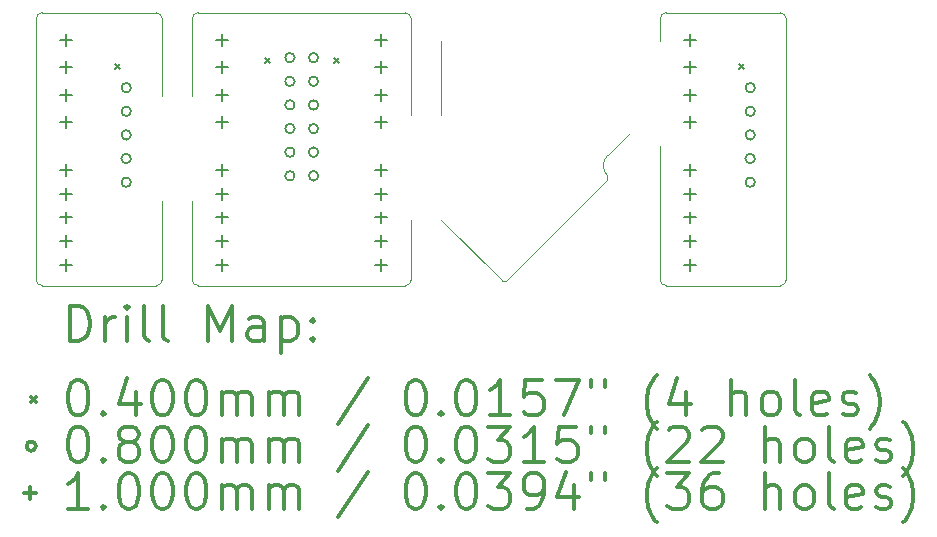
<source format=gbr>
%FSLAX45Y45*%
G04 Gerber Fmt 4.5, Leading zero omitted, Abs format (unit mm)*
G04 Created by KiCad (PCBNEW 5.1.12-84ad8e8a86~92~ubuntu16.04.1) date 2022-11-17 23:38:10*
%MOMM*%
%LPD*%
G01*
G04 APERTURE LIST*
%TA.AperFunction,Profile*%
%ADD10C,0.050000*%
%TD*%
%ADD11C,0.200000*%
%ADD12C,0.300000*%
G04 APERTURE END LIST*
D10*
X8953500Y-5735320D02*
X9918700Y-5735320D01*
X10274300Y-5735320D02*
X12026900Y-5735320D01*
X12077700Y-7487920D02*
X12077700Y-7995920D01*
X8902700Y-7995920D02*
X8902700Y-5786120D01*
X9969500Y-5786120D02*
X9969500Y-6438900D01*
X9969500Y-7327900D02*
X9969500Y-7995920D01*
X10223500Y-7327900D02*
X10223500Y-7995920D01*
X10274300Y-8046720D02*
X12026900Y-8046720D01*
X10223500Y-6438900D02*
X10223500Y-5786120D01*
X12077700Y-5786120D02*
X12077700Y-6598920D01*
X12331700Y-5976620D02*
X12331700Y-6598920D01*
X8953500Y-8046720D02*
X9918700Y-8046720D01*
X14185900Y-5976620D02*
X14185900Y-5786120D01*
X14236700Y-5735320D02*
X15201900Y-5735320D01*
X15252700Y-5786120D02*
X15252700Y-7995920D01*
X14185900Y-6865620D02*
X14185900Y-7995920D01*
X15189200Y-8046720D02*
X15201900Y-8046720D01*
X15189200Y-8046720D02*
X14236700Y-8046720D01*
X8953500Y-8046720D02*
G75*
G02*
X8902700Y-7995920I0J50800D01*
G01*
X8902700Y-5786120D02*
G75*
G02*
X8953500Y-5735320I50800J0D01*
G01*
X9918700Y-5735320D02*
G75*
G02*
X9969500Y-5786120I0J-50800D01*
G01*
X9969500Y-7995920D02*
G75*
G02*
X9918700Y-8046720I-50800J0D01*
G01*
X10274300Y-8046720D02*
G75*
G02*
X10223500Y-7995920I0J50800D01*
G01*
X10223500Y-5786120D02*
G75*
G02*
X10274300Y-5735320I50800J0D01*
G01*
X12026900Y-5735320D02*
G75*
G02*
X12077700Y-5786120I0J-50800D01*
G01*
X12077700Y-7995920D02*
G75*
G02*
X12026900Y-8046720I-50800J0D01*
G01*
X14185900Y-5786120D02*
G75*
G02*
X14236700Y-5735320I50800J0D01*
G01*
X15201900Y-5735320D02*
G75*
G02*
X15252700Y-5786120I0J-50800D01*
G01*
X14236700Y-8046720D02*
G75*
G02*
X14185900Y-7995920I0J50800D01*
G01*
X15252700Y-7995920D02*
G75*
G02*
X15201900Y-8046720I-50800J0D01*
G01*
X12877800Y-8008620D02*
X13741400Y-7145020D01*
X12331700Y-7487920D02*
X12852400Y-8008620D01*
X13931900Y-6751320D02*
X13741400Y-6941820D01*
X13741400Y-7119620D02*
G75*
G02*
X13741400Y-6941820I88900J88900D01*
G01*
X12877800Y-8008620D02*
G75*
G02*
X12852400Y-8008620I-12700J12700D01*
G01*
X13741400Y-7119620D02*
G75*
G02*
X13741400Y-7145020I-12700J-12700D01*
G01*
D11*
X9568500Y-6172520D02*
X9608500Y-6212520D01*
X9608500Y-6172520D02*
X9568500Y-6212520D01*
X10838500Y-6121720D02*
X10878500Y-6161720D01*
X10878500Y-6121720D02*
X10838500Y-6161720D01*
X11422700Y-6121720D02*
X11462700Y-6161720D01*
X11462700Y-6121720D02*
X11422700Y-6161720D01*
X14851700Y-6172520D02*
X14891700Y-6212520D01*
X14891700Y-6172520D02*
X14851700Y-6212520D01*
X9704700Y-6370320D02*
G75*
G03*
X9704700Y-6370320I-40000J0D01*
G01*
X9704700Y-6570320D02*
G75*
G03*
X9704700Y-6570320I-40000J0D01*
G01*
X9704700Y-6770320D02*
G75*
G03*
X9704700Y-6770320I-40000J0D01*
G01*
X9704700Y-6970320D02*
G75*
G03*
X9704700Y-6970320I-40000J0D01*
G01*
X9704700Y-7170320D02*
G75*
G03*
X9704700Y-7170320I-40000J0D01*
G01*
X11090600Y-6116320D02*
G75*
G03*
X11090600Y-6116320I-40000J0D01*
G01*
X11090600Y-6316320D02*
G75*
G03*
X11090600Y-6316320I-40000J0D01*
G01*
X11090600Y-6516320D02*
G75*
G03*
X11090600Y-6516320I-40000J0D01*
G01*
X11090600Y-6716320D02*
G75*
G03*
X11090600Y-6716320I-40000J0D01*
G01*
X11090600Y-6916320D02*
G75*
G03*
X11090600Y-6916320I-40000J0D01*
G01*
X11090600Y-7116320D02*
G75*
G03*
X11090600Y-7116320I-40000J0D01*
G01*
X11290600Y-6116320D02*
G75*
G03*
X11290600Y-6116320I-40000J0D01*
G01*
X11290600Y-6316320D02*
G75*
G03*
X11290600Y-6316320I-40000J0D01*
G01*
X11290600Y-6516320D02*
G75*
G03*
X11290600Y-6516320I-40000J0D01*
G01*
X11290600Y-6716320D02*
G75*
G03*
X11290600Y-6716320I-40000J0D01*
G01*
X11290600Y-6916320D02*
G75*
G03*
X11290600Y-6916320I-40000J0D01*
G01*
X11290600Y-7116320D02*
G75*
G03*
X11290600Y-7116320I-40000J0D01*
G01*
X14987900Y-6370320D02*
G75*
G03*
X14987900Y-6370320I-40000J0D01*
G01*
X14987900Y-6570320D02*
G75*
G03*
X14987900Y-6570320I-40000J0D01*
G01*
X14987900Y-6770320D02*
G75*
G03*
X14987900Y-6770320I-40000J0D01*
G01*
X14987900Y-6970320D02*
G75*
G03*
X14987900Y-6970320I-40000J0D01*
G01*
X14987900Y-7170320D02*
G75*
G03*
X14987900Y-7170320I-40000J0D01*
G01*
X9156700Y-5913920D02*
X9156700Y-6013920D01*
X9106700Y-5963920D02*
X9206700Y-5963920D01*
X9156700Y-6146920D02*
X9156700Y-6246920D01*
X9106700Y-6196920D02*
X9206700Y-6196920D01*
X9156700Y-6380920D02*
X9156700Y-6480920D01*
X9106700Y-6430920D02*
X9206700Y-6430920D01*
X9156700Y-6613920D02*
X9156700Y-6713920D01*
X9106700Y-6663920D02*
X9206700Y-6663920D01*
X9156700Y-7018920D02*
X9156700Y-7118920D01*
X9106700Y-7068920D02*
X9206700Y-7068920D01*
X9156700Y-7218920D02*
X9156700Y-7318920D01*
X9106700Y-7268920D02*
X9206700Y-7268920D01*
X9156700Y-7418920D02*
X9156700Y-7518920D01*
X9106700Y-7468920D02*
X9206700Y-7468920D01*
X9156700Y-7618920D02*
X9156700Y-7718920D01*
X9106700Y-7668920D02*
X9206700Y-7668920D01*
X9156700Y-7818920D02*
X9156700Y-7918920D01*
X9106700Y-7868920D02*
X9206700Y-7868920D01*
X10477500Y-5913920D02*
X10477500Y-6013920D01*
X10427500Y-5963920D02*
X10527500Y-5963920D01*
X10477500Y-6146920D02*
X10477500Y-6246920D01*
X10427500Y-6196920D02*
X10527500Y-6196920D01*
X10477500Y-6380920D02*
X10477500Y-6480920D01*
X10427500Y-6430920D02*
X10527500Y-6430920D01*
X10477500Y-6613920D02*
X10477500Y-6713920D01*
X10427500Y-6663920D02*
X10527500Y-6663920D01*
X10477500Y-7018920D02*
X10477500Y-7118920D01*
X10427500Y-7068920D02*
X10527500Y-7068920D01*
X10477500Y-7218920D02*
X10477500Y-7318920D01*
X10427500Y-7268920D02*
X10527500Y-7268920D01*
X10477500Y-7418920D02*
X10477500Y-7518920D01*
X10427500Y-7468920D02*
X10527500Y-7468920D01*
X10477500Y-7618920D02*
X10477500Y-7718920D01*
X10427500Y-7668920D02*
X10527500Y-7668920D01*
X10477500Y-7818920D02*
X10477500Y-7918920D01*
X10427500Y-7868920D02*
X10527500Y-7868920D01*
X11823700Y-5913920D02*
X11823700Y-6013920D01*
X11773700Y-5963920D02*
X11873700Y-5963920D01*
X11823700Y-6146920D02*
X11823700Y-6246920D01*
X11773700Y-6196920D02*
X11873700Y-6196920D01*
X11823700Y-6380920D02*
X11823700Y-6480920D01*
X11773700Y-6430920D02*
X11873700Y-6430920D01*
X11823700Y-6613920D02*
X11823700Y-6713920D01*
X11773700Y-6663920D02*
X11873700Y-6663920D01*
X11823700Y-7018920D02*
X11823700Y-7118920D01*
X11773700Y-7068920D02*
X11873700Y-7068920D01*
X11823700Y-7218920D02*
X11823700Y-7318920D01*
X11773700Y-7268920D02*
X11873700Y-7268920D01*
X11823700Y-7418920D02*
X11823700Y-7518920D01*
X11773700Y-7468920D02*
X11873700Y-7468920D01*
X11823700Y-7618920D02*
X11823700Y-7718920D01*
X11773700Y-7668920D02*
X11873700Y-7668920D01*
X11823700Y-7818920D02*
X11823700Y-7918920D01*
X11773700Y-7868920D02*
X11873700Y-7868920D01*
X14439900Y-5913920D02*
X14439900Y-6013920D01*
X14389900Y-5963920D02*
X14489900Y-5963920D01*
X14439900Y-6146920D02*
X14439900Y-6246920D01*
X14389900Y-6196920D02*
X14489900Y-6196920D01*
X14439900Y-6380920D02*
X14439900Y-6480920D01*
X14389900Y-6430920D02*
X14489900Y-6430920D01*
X14439900Y-6613920D02*
X14439900Y-6713920D01*
X14389900Y-6663920D02*
X14489900Y-6663920D01*
X14439900Y-7018920D02*
X14439900Y-7118920D01*
X14389900Y-7068920D02*
X14489900Y-7068920D01*
X14439900Y-7218920D02*
X14439900Y-7318920D01*
X14389900Y-7268920D02*
X14489900Y-7268920D01*
X14439900Y-7418920D02*
X14439900Y-7518920D01*
X14389900Y-7468920D02*
X14489900Y-7468920D01*
X14439900Y-7618920D02*
X14439900Y-7718920D01*
X14389900Y-7668920D02*
X14489900Y-7668920D01*
X14439900Y-7818920D02*
X14439900Y-7918920D01*
X14389900Y-7868920D02*
X14489900Y-7868920D01*
D12*
X9186628Y-8514934D02*
X9186628Y-8214934D01*
X9258057Y-8214934D01*
X9300914Y-8229220D01*
X9329486Y-8257791D01*
X9343771Y-8286363D01*
X9358057Y-8343506D01*
X9358057Y-8386363D01*
X9343771Y-8443506D01*
X9329486Y-8472077D01*
X9300914Y-8500649D01*
X9258057Y-8514934D01*
X9186628Y-8514934D01*
X9486628Y-8514934D02*
X9486628Y-8314934D01*
X9486628Y-8372077D02*
X9500914Y-8343506D01*
X9515200Y-8329220D01*
X9543771Y-8314934D01*
X9572343Y-8314934D01*
X9672343Y-8514934D02*
X9672343Y-8314934D01*
X9672343Y-8214934D02*
X9658057Y-8229220D01*
X9672343Y-8243506D01*
X9686628Y-8229220D01*
X9672343Y-8214934D01*
X9672343Y-8243506D01*
X9858057Y-8514934D02*
X9829486Y-8500649D01*
X9815200Y-8472077D01*
X9815200Y-8214934D01*
X10015200Y-8514934D02*
X9986628Y-8500649D01*
X9972343Y-8472077D01*
X9972343Y-8214934D01*
X10358057Y-8514934D02*
X10358057Y-8214934D01*
X10458057Y-8429220D01*
X10558057Y-8214934D01*
X10558057Y-8514934D01*
X10829486Y-8514934D02*
X10829486Y-8357791D01*
X10815200Y-8329220D01*
X10786628Y-8314934D01*
X10729486Y-8314934D01*
X10700914Y-8329220D01*
X10829486Y-8500649D02*
X10800914Y-8514934D01*
X10729486Y-8514934D01*
X10700914Y-8500649D01*
X10686628Y-8472077D01*
X10686628Y-8443506D01*
X10700914Y-8414934D01*
X10729486Y-8400649D01*
X10800914Y-8400649D01*
X10829486Y-8386363D01*
X10972343Y-8314934D02*
X10972343Y-8614934D01*
X10972343Y-8329220D02*
X11000914Y-8314934D01*
X11058057Y-8314934D01*
X11086628Y-8329220D01*
X11100914Y-8343506D01*
X11115200Y-8372077D01*
X11115200Y-8457792D01*
X11100914Y-8486363D01*
X11086628Y-8500649D01*
X11058057Y-8514934D01*
X11000914Y-8514934D01*
X10972343Y-8500649D01*
X11243771Y-8486363D02*
X11258057Y-8500649D01*
X11243771Y-8514934D01*
X11229486Y-8500649D01*
X11243771Y-8486363D01*
X11243771Y-8514934D01*
X11243771Y-8329220D02*
X11258057Y-8343506D01*
X11243771Y-8357791D01*
X11229486Y-8343506D01*
X11243771Y-8329220D01*
X11243771Y-8357791D01*
X8860200Y-8989220D02*
X8900200Y-9029220D01*
X8900200Y-8989220D02*
X8860200Y-9029220D01*
X9243771Y-8844934D02*
X9272343Y-8844934D01*
X9300914Y-8859220D01*
X9315200Y-8873506D01*
X9329486Y-8902077D01*
X9343771Y-8959220D01*
X9343771Y-9030649D01*
X9329486Y-9087792D01*
X9315200Y-9116363D01*
X9300914Y-9130649D01*
X9272343Y-9144934D01*
X9243771Y-9144934D01*
X9215200Y-9130649D01*
X9200914Y-9116363D01*
X9186628Y-9087792D01*
X9172343Y-9030649D01*
X9172343Y-8959220D01*
X9186628Y-8902077D01*
X9200914Y-8873506D01*
X9215200Y-8859220D01*
X9243771Y-8844934D01*
X9472343Y-9116363D02*
X9486628Y-9130649D01*
X9472343Y-9144934D01*
X9458057Y-9130649D01*
X9472343Y-9116363D01*
X9472343Y-9144934D01*
X9743771Y-8944934D02*
X9743771Y-9144934D01*
X9672343Y-8830649D02*
X9600914Y-9044934D01*
X9786628Y-9044934D01*
X9958057Y-8844934D02*
X9986628Y-8844934D01*
X10015200Y-8859220D01*
X10029486Y-8873506D01*
X10043771Y-8902077D01*
X10058057Y-8959220D01*
X10058057Y-9030649D01*
X10043771Y-9087792D01*
X10029486Y-9116363D01*
X10015200Y-9130649D01*
X9986628Y-9144934D01*
X9958057Y-9144934D01*
X9929486Y-9130649D01*
X9915200Y-9116363D01*
X9900914Y-9087792D01*
X9886628Y-9030649D01*
X9886628Y-8959220D01*
X9900914Y-8902077D01*
X9915200Y-8873506D01*
X9929486Y-8859220D01*
X9958057Y-8844934D01*
X10243771Y-8844934D02*
X10272343Y-8844934D01*
X10300914Y-8859220D01*
X10315200Y-8873506D01*
X10329486Y-8902077D01*
X10343771Y-8959220D01*
X10343771Y-9030649D01*
X10329486Y-9087792D01*
X10315200Y-9116363D01*
X10300914Y-9130649D01*
X10272343Y-9144934D01*
X10243771Y-9144934D01*
X10215200Y-9130649D01*
X10200914Y-9116363D01*
X10186628Y-9087792D01*
X10172343Y-9030649D01*
X10172343Y-8959220D01*
X10186628Y-8902077D01*
X10200914Y-8873506D01*
X10215200Y-8859220D01*
X10243771Y-8844934D01*
X10472343Y-9144934D02*
X10472343Y-8944934D01*
X10472343Y-8973506D02*
X10486628Y-8959220D01*
X10515200Y-8944934D01*
X10558057Y-8944934D01*
X10586628Y-8959220D01*
X10600914Y-8987792D01*
X10600914Y-9144934D01*
X10600914Y-8987792D02*
X10615200Y-8959220D01*
X10643771Y-8944934D01*
X10686628Y-8944934D01*
X10715200Y-8959220D01*
X10729486Y-8987792D01*
X10729486Y-9144934D01*
X10872343Y-9144934D02*
X10872343Y-8944934D01*
X10872343Y-8973506D02*
X10886628Y-8959220D01*
X10915200Y-8944934D01*
X10958057Y-8944934D01*
X10986628Y-8959220D01*
X11000914Y-8987792D01*
X11000914Y-9144934D01*
X11000914Y-8987792D02*
X11015200Y-8959220D01*
X11043771Y-8944934D01*
X11086628Y-8944934D01*
X11115200Y-8959220D01*
X11129486Y-8987792D01*
X11129486Y-9144934D01*
X11715200Y-8830649D02*
X11458057Y-9216363D01*
X12100914Y-8844934D02*
X12129486Y-8844934D01*
X12158057Y-8859220D01*
X12172343Y-8873506D01*
X12186628Y-8902077D01*
X12200914Y-8959220D01*
X12200914Y-9030649D01*
X12186628Y-9087792D01*
X12172343Y-9116363D01*
X12158057Y-9130649D01*
X12129486Y-9144934D01*
X12100914Y-9144934D01*
X12072343Y-9130649D01*
X12058057Y-9116363D01*
X12043771Y-9087792D01*
X12029486Y-9030649D01*
X12029486Y-8959220D01*
X12043771Y-8902077D01*
X12058057Y-8873506D01*
X12072343Y-8859220D01*
X12100914Y-8844934D01*
X12329486Y-9116363D02*
X12343771Y-9130649D01*
X12329486Y-9144934D01*
X12315200Y-9130649D01*
X12329486Y-9116363D01*
X12329486Y-9144934D01*
X12529486Y-8844934D02*
X12558057Y-8844934D01*
X12586628Y-8859220D01*
X12600914Y-8873506D01*
X12615200Y-8902077D01*
X12629486Y-8959220D01*
X12629486Y-9030649D01*
X12615200Y-9087792D01*
X12600914Y-9116363D01*
X12586628Y-9130649D01*
X12558057Y-9144934D01*
X12529486Y-9144934D01*
X12500914Y-9130649D01*
X12486628Y-9116363D01*
X12472343Y-9087792D01*
X12458057Y-9030649D01*
X12458057Y-8959220D01*
X12472343Y-8902077D01*
X12486628Y-8873506D01*
X12500914Y-8859220D01*
X12529486Y-8844934D01*
X12915200Y-9144934D02*
X12743771Y-9144934D01*
X12829486Y-9144934D02*
X12829486Y-8844934D01*
X12800914Y-8887792D01*
X12772343Y-8916363D01*
X12743771Y-8930649D01*
X13186628Y-8844934D02*
X13043771Y-8844934D01*
X13029486Y-8987792D01*
X13043771Y-8973506D01*
X13072343Y-8959220D01*
X13143771Y-8959220D01*
X13172343Y-8973506D01*
X13186628Y-8987792D01*
X13200914Y-9016363D01*
X13200914Y-9087792D01*
X13186628Y-9116363D01*
X13172343Y-9130649D01*
X13143771Y-9144934D01*
X13072343Y-9144934D01*
X13043771Y-9130649D01*
X13029486Y-9116363D01*
X13300914Y-8844934D02*
X13500914Y-8844934D01*
X13372343Y-9144934D01*
X13600914Y-8844934D02*
X13600914Y-8902077D01*
X13715200Y-8844934D02*
X13715200Y-8902077D01*
X14158057Y-9259220D02*
X14143771Y-9244934D01*
X14115200Y-9202077D01*
X14100914Y-9173506D01*
X14086628Y-9130649D01*
X14072343Y-9059220D01*
X14072343Y-9002077D01*
X14086628Y-8930649D01*
X14100914Y-8887792D01*
X14115200Y-8859220D01*
X14143771Y-8816363D01*
X14158057Y-8802077D01*
X14400914Y-8944934D02*
X14400914Y-9144934D01*
X14329486Y-8830649D02*
X14258057Y-9044934D01*
X14443771Y-9044934D01*
X14786628Y-9144934D02*
X14786628Y-8844934D01*
X14915200Y-9144934D02*
X14915200Y-8987792D01*
X14900914Y-8959220D01*
X14872343Y-8944934D01*
X14829486Y-8944934D01*
X14800914Y-8959220D01*
X14786628Y-8973506D01*
X15100914Y-9144934D02*
X15072343Y-9130649D01*
X15058057Y-9116363D01*
X15043771Y-9087792D01*
X15043771Y-9002077D01*
X15058057Y-8973506D01*
X15072343Y-8959220D01*
X15100914Y-8944934D01*
X15143771Y-8944934D01*
X15172343Y-8959220D01*
X15186628Y-8973506D01*
X15200914Y-9002077D01*
X15200914Y-9087792D01*
X15186628Y-9116363D01*
X15172343Y-9130649D01*
X15143771Y-9144934D01*
X15100914Y-9144934D01*
X15372343Y-9144934D02*
X15343771Y-9130649D01*
X15329486Y-9102077D01*
X15329486Y-8844934D01*
X15600914Y-9130649D02*
X15572343Y-9144934D01*
X15515200Y-9144934D01*
X15486628Y-9130649D01*
X15472343Y-9102077D01*
X15472343Y-8987792D01*
X15486628Y-8959220D01*
X15515200Y-8944934D01*
X15572343Y-8944934D01*
X15600914Y-8959220D01*
X15615200Y-8987792D01*
X15615200Y-9016363D01*
X15472343Y-9044934D01*
X15729486Y-9130649D02*
X15758057Y-9144934D01*
X15815200Y-9144934D01*
X15843771Y-9130649D01*
X15858057Y-9102077D01*
X15858057Y-9087792D01*
X15843771Y-9059220D01*
X15815200Y-9044934D01*
X15772343Y-9044934D01*
X15743771Y-9030649D01*
X15729486Y-9002077D01*
X15729486Y-8987792D01*
X15743771Y-8959220D01*
X15772343Y-8944934D01*
X15815200Y-8944934D01*
X15843771Y-8959220D01*
X15958057Y-9259220D02*
X15972343Y-9244934D01*
X16000914Y-9202077D01*
X16015200Y-9173506D01*
X16029486Y-9130649D01*
X16043771Y-9059220D01*
X16043771Y-9002077D01*
X16029486Y-8930649D01*
X16015200Y-8887792D01*
X16000914Y-8859220D01*
X15972343Y-8816363D01*
X15958057Y-8802077D01*
X8900200Y-9405220D02*
G75*
G03*
X8900200Y-9405220I-40000J0D01*
G01*
X9243771Y-9240934D02*
X9272343Y-9240934D01*
X9300914Y-9255220D01*
X9315200Y-9269506D01*
X9329486Y-9298077D01*
X9343771Y-9355220D01*
X9343771Y-9426649D01*
X9329486Y-9483792D01*
X9315200Y-9512363D01*
X9300914Y-9526649D01*
X9272343Y-9540934D01*
X9243771Y-9540934D01*
X9215200Y-9526649D01*
X9200914Y-9512363D01*
X9186628Y-9483792D01*
X9172343Y-9426649D01*
X9172343Y-9355220D01*
X9186628Y-9298077D01*
X9200914Y-9269506D01*
X9215200Y-9255220D01*
X9243771Y-9240934D01*
X9472343Y-9512363D02*
X9486628Y-9526649D01*
X9472343Y-9540934D01*
X9458057Y-9526649D01*
X9472343Y-9512363D01*
X9472343Y-9540934D01*
X9658057Y-9369506D02*
X9629486Y-9355220D01*
X9615200Y-9340934D01*
X9600914Y-9312363D01*
X9600914Y-9298077D01*
X9615200Y-9269506D01*
X9629486Y-9255220D01*
X9658057Y-9240934D01*
X9715200Y-9240934D01*
X9743771Y-9255220D01*
X9758057Y-9269506D01*
X9772343Y-9298077D01*
X9772343Y-9312363D01*
X9758057Y-9340934D01*
X9743771Y-9355220D01*
X9715200Y-9369506D01*
X9658057Y-9369506D01*
X9629486Y-9383792D01*
X9615200Y-9398077D01*
X9600914Y-9426649D01*
X9600914Y-9483792D01*
X9615200Y-9512363D01*
X9629486Y-9526649D01*
X9658057Y-9540934D01*
X9715200Y-9540934D01*
X9743771Y-9526649D01*
X9758057Y-9512363D01*
X9772343Y-9483792D01*
X9772343Y-9426649D01*
X9758057Y-9398077D01*
X9743771Y-9383792D01*
X9715200Y-9369506D01*
X9958057Y-9240934D02*
X9986628Y-9240934D01*
X10015200Y-9255220D01*
X10029486Y-9269506D01*
X10043771Y-9298077D01*
X10058057Y-9355220D01*
X10058057Y-9426649D01*
X10043771Y-9483792D01*
X10029486Y-9512363D01*
X10015200Y-9526649D01*
X9986628Y-9540934D01*
X9958057Y-9540934D01*
X9929486Y-9526649D01*
X9915200Y-9512363D01*
X9900914Y-9483792D01*
X9886628Y-9426649D01*
X9886628Y-9355220D01*
X9900914Y-9298077D01*
X9915200Y-9269506D01*
X9929486Y-9255220D01*
X9958057Y-9240934D01*
X10243771Y-9240934D02*
X10272343Y-9240934D01*
X10300914Y-9255220D01*
X10315200Y-9269506D01*
X10329486Y-9298077D01*
X10343771Y-9355220D01*
X10343771Y-9426649D01*
X10329486Y-9483792D01*
X10315200Y-9512363D01*
X10300914Y-9526649D01*
X10272343Y-9540934D01*
X10243771Y-9540934D01*
X10215200Y-9526649D01*
X10200914Y-9512363D01*
X10186628Y-9483792D01*
X10172343Y-9426649D01*
X10172343Y-9355220D01*
X10186628Y-9298077D01*
X10200914Y-9269506D01*
X10215200Y-9255220D01*
X10243771Y-9240934D01*
X10472343Y-9540934D02*
X10472343Y-9340934D01*
X10472343Y-9369506D02*
X10486628Y-9355220D01*
X10515200Y-9340934D01*
X10558057Y-9340934D01*
X10586628Y-9355220D01*
X10600914Y-9383792D01*
X10600914Y-9540934D01*
X10600914Y-9383792D02*
X10615200Y-9355220D01*
X10643771Y-9340934D01*
X10686628Y-9340934D01*
X10715200Y-9355220D01*
X10729486Y-9383792D01*
X10729486Y-9540934D01*
X10872343Y-9540934D02*
X10872343Y-9340934D01*
X10872343Y-9369506D02*
X10886628Y-9355220D01*
X10915200Y-9340934D01*
X10958057Y-9340934D01*
X10986628Y-9355220D01*
X11000914Y-9383792D01*
X11000914Y-9540934D01*
X11000914Y-9383792D02*
X11015200Y-9355220D01*
X11043771Y-9340934D01*
X11086628Y-9340934D01*
X11115200Y-9355220D01*
X11129486Y-9383792D01*
X11129486Y-9540934D01*
X11715200Y-9226649D02*
X11458057Y-9612363D01*
X12100914Y-9240934D02*
X12129486Y-9240934D01*
X12158057Y-9255220D01*
X12172343Y-9269506D01*
X12186628Y-9298077D01*
X12200914Y-9355220D01*
X12200914Y-9426649D01*
X12186628Y-9483792D01*
X12172343Y-9512363D01*
X12158057Y-9526649D01*
X12129486Y-9540934D01*
X12100914Y-9540934D01*
X12072343Y-9526649D01*
X12058057Y-9512363D01*
X12043771Y-9483792D01*
X12029486Y-9426649D01*
X12029486Y-9355220D01*
X12043771Y-9298077D01*
X12058057Y-9269506D01*
X12072343Y-9255220D01*
X12100914Y-9240934D01*
X12329486Y-9512363D02*
X12343771Y-9526649D01*
X12329486Y-9540934D01*
X12315200Y-9526649D01*
X12329486Y-9512363D01*
X12329486Y-9540934D01*
X12529486Y-9240934D02*
X12558057Y-9240934D01*
X12586628Y-9255220D01*
X12600914Y-9269506D01*
X12615200Y-9298077D01*
X12629486Y-9355220D01*
X12629486Y-9426649D01*
X12615200Y-9483792D01*
X12600914Y-9512363D01*
X12586628Y-9526649D01*
X12558057Y-9540934D01*
X12529486Y-9540934D01*
X12500914Y-9526649D01*
X12486628Y-9512363D01*
X12472343Y-9483792D01*
X12458057Y-9426649D01*
X12458057Y-9355220D01*
X12472343Y-9298077D01*
X12486628Y-9269506D01*
X12500914Y-9255220D01*
X12529486Y-9240934D01*
X12729486Y-9240934D02*
X12915200Y-9240934D01*
X12815200Y-9355220D01*
X12858057Y-9355220D01*
X12886628Y-9369506D01*
X12900914Y-9383792D01*
X12915200Y-9412363D01*
X12915200Y-9483792D01*
X12900914Y-9512363D01*
X12886628Y-9526649D01*
X12858057Y-9540934D01*
X12772343Y-9540934D01*
X12743771Y-9526649D01*
X12729486Y-9512363D01*
X13200914Y-9540934D02*
X13029486Y-9540934D01*
X13115200Y-9540934D02*
X13115200Y-9240934D01*
X13086628Y-9283792D01*
X13058057Y-9312363D01*
X13029486Y-9326649D01*
X13472343Y-9240934D02*
X13329486Y-9240934D01*
X13315200Y-9383792D01*
X13329486Y-9369506D01*
X13358057Y-9355220D01*
X13429486Y-9355220D01*
X13458057Y-9369506D01*
X13472343Y-9383792D01*
X13486628Y-9412363D01*
X13486628Y-9483792D01*
X13472343Y-9512363D01*
X13458057Y-9526649D01*
X13429486Y-9540934D01*
X13358057Y-9540934D01*
X13329486Y-9526649D01*
X13315200Y-9512363D01*
X13600914Y-9240934D02*
X13600914Y-9298077D01*
X13715200Y-9240934D02*
X13715200Y-9298077D01*
X14158057Y-9655220D02*
X14143771Y-9640934D01*
X14115200Y-9598077D01*
X14100914Y-9569506D01*
X14086628Y-9526649D01*
X14072343Y-9455220D01*
X14072343Y-9398077D01*
X14086628Y-9326649D01*
X14100914Y-9283792D01*
X14115200Y-9255220D01*
X14143771Y-9212363D01*
X14158057Y-9198077D01*
X14258057Y-9269506D02*
X14272343Y-9255220D01*
X14300914Y-9240934D01*
X14372343Y-9240934D01*
X14400914Y-9255220D01*
X14415200Y-9269506D01*
X14429486Y-9298077D01*
X14429486Y-9326649D01*
X14415200Y-9369506D01*
X14243771Y-9540934D01*
X14429486Y-9540934D01*
X14543771Y-9269506D02*
X14558057Y-9255220D01*
X14586628Y-9240934D01*
X14658057Y-9240934D01*
X14686628Y-9255220D01*
X14700914Y-9269506D01*
X14715200Y-9298077D01*
X14715200Y-9326649D01*
X14700914Y-9369506D01*
X14529486Y-9540934D01*
X14715200Y-9540934D01*
X15072343Y-9540934D02*
X15072343Y-9240934D01*
X15200914Y-9540934D02*
X15200914Y-9383792D01*
X15186628Y-9355220D01*
X15158057Y-9340934D01*
X15115200Y-9340934D01*
X15086628Y-9355220D01*
X15072343Y-9369506D01*
X15386628Y-9540934D02*
X15358057Y-9526649D01*
X15343771Y-9512363D01*
X15329486Y-9483792D01*
X15329486Y-9398077D01*
X15343771Y-9369506D01*
X15358057Y-9355220D01*
X15386628Y-9340934D01*
X15429486Y-9340934D01*
X15458057Y-9355220D01*
X15472343Y-9369506D01*
X15486628Y-9398077D01*
X15486628Y-9483792D01*
X15472343Y-9512363D01*
X15458057Y-9526649D01*
X15429486Y-9540934D01*
X15386628Y-9540934D01*
X15658057Y-9540934D02*
X15629486Y-9526649D01*
X15615200Y-9498077D01*
X15615200Y-9240934D01*
X15886628Y-9526649D02*
X15858057Y-9540934D01*
X15800914Y-9540934D01*
X15772343Y-9526649D01*
X15758057Y-9498077D01*
X15758057Y-9383792D01*
X15772343Y-9355220D01*
X15800914Y-9340934D01*
X15858057Y-9340934D01*
X15886628Y-9355220D01*
X15900914Y-9383792D01*
X15900914Y-9412363D01*
X15758057Y-9440934D01*
X16015200Y-9526649D02*
X16043771Y-9540934D01*
X16100914Y-9540934D01*
X16129486Y-9526649D01*
X16143771Y-9498077D01*
X16143771Y-9483792D01*
X16129486Y-9455220D01*
X16100914Y-9440934D01*
X16058057Y-9440934D01*
X16029486Y-9426649D01*
X16015200Y-9398077D01*
X16015200Y-9383792D01*
X16029486Y-9355220D01*
X16058057Y-9340934D01*
X16100914Y-9340934D01*
X16129486Y-9355220D01*
X16243771Y-9655220D02*
X16258057Y-9640934D01*
X16286628Y-9598077D01*
X16300914Y-9569506D01*
X16315200Y-9526649D01*
X16329486Y-9455220D01*
X16329486Y-9398077D01*
X16315200Y-9326649D01*
X16300914Y-9283792D01*
X16286628Y-9255220D01*
X16258057Y-9212363D01*
X16243771Y-9198077D01*
X8850200Y-9751220D02*
X8850200Y-9851220D01*
X8800200Y-9801220D02*
X8900200Y-9801220D01*
X9343771Y-9936934D02*
X9172343Y-9936934D01*
X9258057Y-9936934D02*
X9258057Y-9636934D01*
X9229486Y-9679792D01*
X9200914Y-9708363D01*
X9172343Y-9722649D01*
X9472343Y-9908363D02*
X9486628Y-9922649D01*
X9472343Y-9936934D01*
X9458057Y-9922649D01*
X9472343Y-9908363D01*
X9472343Y-9936934D01*
X9672343Y-9636934D02*
X9700914Y-9636934D01*
X9729486Y-9651220D01*
X9743771Y-9665506D01*
X9758057Y-9694077D01*
X9772343Y-9751220D01*
X9772343Y-9822649D01*
X9758057Y-9879792D01*
X9743771Y-9908363D01*
X9729486Y-9922649D01*
X9700914Y-9936934D01*
X9672343Y-9936934D01*
X9643771Y-9922649D01*
X9629486Y-9908363D01*
X9615200Y-9879792D01*
X9600914Y-9822649D01*
X9600914Y-9751220D01*
X9615200Y-9694077D01*
X9629486Y-9665506D01*
X9643771Y-9651220D01*
X9672343Y-9636934D01*
X9958057Y-9636934D02*
X9986628Y-9636934D01*
X10015200Y-9651220D01*
X10029486Y-9665506D01*
X10043771Y-9694077D01*
X10058057Y-9751220D01*
X10058057Y-9822649D01*
X10043771Y-9879792D01*
X10029486Y-9908363D01*
X10015200Y-9922649D01*
X9986628Y-9936934D01*
X9958057Y-9936934D01*
X9929486Y-9922649D01*
X9915200Y-9908363D01*
X9900914Y-9879792D01*
X9886628Y-9822649D01*
X9886628Y-9751220D01*
X9900914Y-9694077D01*
X9915200Y-9665506D01*
X9929486Y-9651220D01*
X9958057Y-9636934D01*
X10243771Y-9636934D02*
X10272343Y-9636934D01*
X10300914Y-9651220D01*
X10315200Y-9665506D01*
X10329486Y-9694077D01*
X10343771Y-9751220D01*
X10343771Y-9822649D01*
X10329486Y-9879792D01*
X10315200Y-9908363D01*
X10300914Y-9922649D01*
X10272343Y-9936934D01*
X10243771Y-9936934D01*
X10215200Y-9922649D01*
X10200914Y-9908363D01*
X10186628Y-9879792D01*
X10172343Y-9822649D01*
X10172343Y-9751220D01*
X10186628Y-9694077D01*
X10200914Y-9665506D01*
X10215200Y-9651220D01*
X10243771Y-9636934D01*
X10472343Y-9936934D02*
X10472343Y-9736934D01*
X10472343Y-9765506D02*
X10486628Y-9751220D01*
X10515200Y-9736934D01*
X10558057Y-9736934D01*
X10586628Y-9751220D01*
X10600914Y-9779792D01*
X10600914Y-9936934D01*
X10600914Y-9779792D02*
X10615200Y-9751220D01*
X10643771Y-9736934D01*
X10686628Y-9736934D01*
X10715200Y-9751220D01*
X10729486Y-9779792D01*
X10729486Y-9936934D01*
X10872343Y-9936934D02*
X10872343Y-9736934D01*
X10872343Y-9765506D02*
X10886628Y-9751220D01*
X10915200Y-9736934D01*
X10958057Y-9736934D01*
X10986628Y-9751220D01*
X11000914Y-9779792D01*
X11000914Y-9936934D01*
X11000914Y-9779792D02*
X11015200Y-9751220D01*
X11043771Y-9736934D01*
X11086628Y-9736934D01*
X11115200Y-9751220D01*
X11129486Y-9779792D01*
X11129486Y-9936934D01*
X11715200Y-9622649D02*
X11458057Y-10008363D01*
X12100914Y-9636934D02*
X12129486Y-9636934D01*
X12158057Y-9651220D01*
X12172343Y-9665506D01*
X12186628Y-9694077D01*
X12200914Y-9751220D01*
X12200914Y-9822649D01*
X12186628Y-9879792D01*
X12172343Y-9908363D01*
X12158057Y-9922649D01*
X12129486Y-9936934D01*
X12100914Y-9936934D01*
X12072343Y-9922649D01*
X12058057Y-9908363D01*
X12043771Y-9879792D01*
X12029486Y-9822649D01*
X12029486Y-9751220D01*
X12043771Y-9694077D01*
X12058057Y-9665506D01*
X12072343Y-9651220D01*
X12100914Y-9636934D01*
X12329486Y-9908363D02*
X12343771Y-9922649D01*
X12329486Y-9936934D01*
X12315200Y-9922649D01*
X12329486Y-9908363D01*
X12329486Y-9936934D01*
X12529486Y-9636934D02*
X12558057Y-9636934D01*
X12586628Y-9651220D01*
X12600914Y-9665506D01*
X12615200Y-9694077D01*
X12629486Y-9751220D01*
X12629486Y-9822649D01*
X12615200Y-9879792D01*
X12600914Y-9908363D01*
X12586628Y-9922649D01*
X12558057Y-9936934D01*
X12529486Y-9936934D01*
X12500914Y-9922649D01*
X12486628Y-9908363D01*
X12472343Y-9879792D01*
X12458057Y-9822649D01*
X12458057Y-9751220D01*
X12472343Y-9694077D01*
X12486628Y-9665506D01*
X12500914Y-9651220D01*
X12529486Y-9636934D01*
X12729486Y-9636934D02*
X12915200Y-9636934D01*
X12815200Y-9751220D01*
X12858057Y-9751220D01*
X12886628Y-9765506D01*
X12900914Y-9779792D01*
X12915200Y-9808363D01*
X12915200Y-9879792D01*
X12900914Y-9908363D01*
X12886628Y-9922649D01*
X12858057Y-9936934D01*
X12772343Y-9936934D01*
X12743771Y-9922649D01*
X12729486Y-9908363D01*
X13058057Y-9936934D02*
X13115200Y-9936934D01*
X13143771Y-9922649D01*
X13158057Y-9908363D01*
X13186628Y-9865506D01*
X13200914Y-9808363D01*
X13200914Y-9694077D01*
X13186628Y-9665506D01*
X13172343Y-9651220D01*
X13143771Y-9636934D01*
X13086628Y-9636934D01*
X13058057Y-9651220D01*
X13043771Y-9665506D01*
X13029486Y-9694077D01*
X13029486Y-9765506D01*
X13043771Y-9794077D01*
X13058057Y-9808363D01*
X13086628Y-9822649D01*
X13143771Y-9822649D01*
X13172343Y-9808363D01*
X13186628Y-9794077D01*
X13200914Y-9765506D01*
X13458057Y-9736934D02*
X13458057Y-9936934D01*
X13386628Y-9622649D02*
X13315200Y-9836934D01*
X13500914Y-9836934D01*
X13600914Y-9636934D02*
X13600914Y-9694077D01*
X13715200Y-9636934D02*
X13715200Y-9694077D01*
X14158057Y-10051220D02*
X14143771Y-10036934D01*
X14115200Y-9994077D01*
X14100914Y-9965506D01*
X14086628Y-9922649D01*
X14072343Y-9851220D01*
X14072343Y-9794077D01*
X14086628Y-9722649D01*
X14100914Y-9679792D01*
X14115200Y-9651220D01*
X14143771Y-9608363D01*
X14158057Y-9594077D01*
X14243771Y-9636934D02*
X14429486Y-9636934D01*
X14329486Y-9751220D01*
X14372343Y-9751220D01*
X14400914Y-9765506D01*
X14415200Y-9779792D01*
X14429486Y-9808363D01*
X14429486Y-9879792D01*
X14415200Y-9908363D01*
X14400914Y-9922649D01*
X14372343Y-9936934D01*
X14286628Y-9936934D01*
X14258057Y-9922649D01*
X14243771Y-9908363D01*
X14686628Y-9636934D02*
X14629486Y-9636934D01*
X14600914Y-9651220D01*
X14586628Y-9665506D01*
X14558057Y-9708363D01*
X14543771Y-9765506D01*
X14543771Y-9879792D01*
X14558057Y-9908363D01*
X14572343Y-9922649D01*
X14600914Y-9936934D01*
X14658057Y-9936934D01*
X14686628Y-9922649D01*
X14700914Y-9908363D01*
X14715200Y-9879792D01*
X14715200Y-9808363D01*
X14700914Y-9779792D01*
X14686628Y-9765506D01*
X14658057Y-9751220D01*
X14600914Y-9751220D01*
X14572343Y-9765506D01*
X14558057Y-9779792D01*
X14543771Y-9808363D01*
X15072343Y-9936934D02*
X15072343Y-9636934D01*
X15200914Y-9936934D02*
X15200914Y-9779792D01*
X15186628Y-9751220D01*
X15158057Y-9736934D01*
X15115200Y-9736934D01*
X15086628Y-9751220D01*
X15072343Y-9765506D01*
X15386628Y-9936934D02*
X15358057Y-9922649D01*
X15343771Y-9908363D01*
X15329486Y-9879792D01*
X15329486Y-9794077D01*
X15343771Y-9765506D01*
X15358057Y-9751220D01*
X15386628Y-9736934D01*
X15429486Y-9736934D01*
X15458057Y-9751220D01*
X15472343Y-9765506D01*
X15486628Y-9794077D01*
X15486628Y-9879792D01*
X15472343Y-9908363D01*
X15458057Y-9922649D01*
X15429486Y-9936934D01*
X15386628Y-9936934D01*
X15658057Y-9936934D02*
X15629486Y-9922649D01*
X15615200Y-9894077D01*
X15615200Y-9636934D01*
X15886628Y-9922649D02*
X15858057Y-9936934D01*
X15800914Y-9936934D01*
X15772343Y-9922649D01*
X15758057Y-9894077D01*
X15758057Y-9779792D01*
X15772343Y-9751220D01*
X15800914Y-9736934D01*
X15858057Y-9736934D01*
X15886628Y-9751220D01*
X15900914Y-9779792D01*
X15900914Y-9808363D01*
X15758057Y-9836934D01*
X16015200Y-9922649D02*
X16043771Y-9936934D01*
X16100914Y-9936934D01*
X16129486Y-9922649D01*
X16143771Y-9894077D01*
X16143771Y-9879792D01*
X16129486Y-9851220D01*
X16100914Y-9836934D01*
X16058057Y-9836934D01*
X16029486Y-9822649D01*
X16015200Y-9794077D01*
X16015200Y-9779792D01*
X16029486Y-9751220D01*
X16058057Y-9736934D01*
X16100914Y-9736934D01*
X16129486Y-9751220D01*
X16243771Y-10051220D02*
X16258057Y-10036934D01*
X16286628Y-9994077D01*
X16300914Y-9965506D01*
X16315200Y-9922649D01*
X16329486Y-9851220D01*
X16329486Y-9794077D01*
X16315200Y-9722649D01*
X16300914Y-9679792D01*
X16286628Y-9651220D01*
X16258057Y-9608363D01*
X16243771Y-9594077D01*
M02*

</source>
